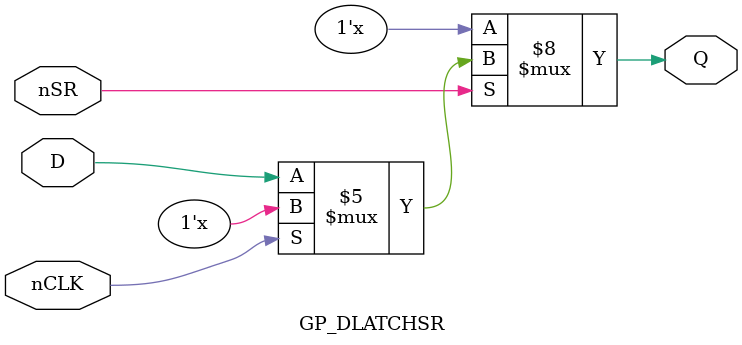
<source format=v>
module GP_DLATCHSR(input D, input nCLK, input nSR, output reg Q);
	parameter [0:0] INIT = 1'bx;
	parameter[0:0] SRMODE = 1'bx;
	initial Q = INIT;
	always @(*) begin
		if(!nSR)
			Q <= SRMODE;
		else if(!nCLK)
			Q <= D;
	end
endmodule
</source>
